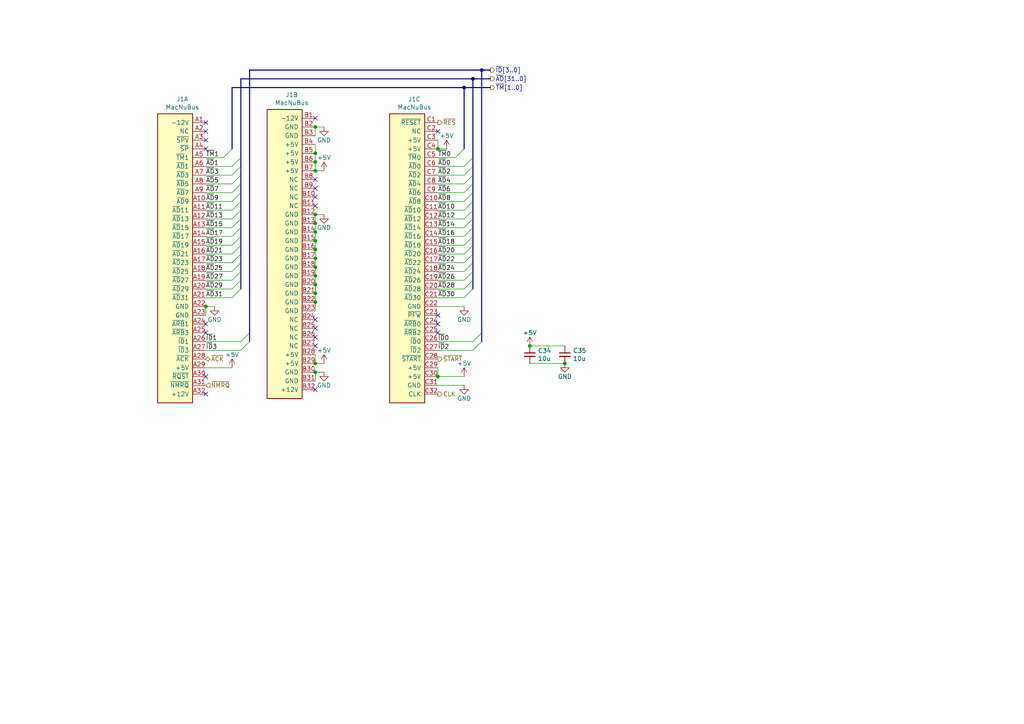
<source format=kicad_sch>
(kicad_sch (version 20211123) (generator eeschema)
  (paper "A4")
  (title_block (title "NuBus-ESP32") (date "2021-11-18") (rev "0.1") (company "Garrett's Workshop"))
  (lib_symbols
    (symbol "Device:C_Small" (pin_numbers hide) (pin_names (offset 0.254) hide)
      (property "Reference" "C" (at 0.254 1.778 0))
      (property "Value" "C_Small" (at 0.254 -2.032 0))
      (symbol "C_Small_0_1"
        (polyline (pts (xy -1.524 -0.508) (xy 1.524 -0.508)) (stroke (width 0.3302)))
        (polyline (pts (xy -1.524 0.508) (xy 1.524 0.508)) (stroke (width 0.3048)))
      )
      (symbol "C_Small_1_1"
        (pin passive line (at 0 2.54 270) (length 2.032) (name "~") (number "1"))
        (pin passive line (at 0 -2.54 90) (length 2.032) (name "~") (number "2"))
      )
    )
    (symbol "GW_Connector:MacNuBus" (pin_names (offset 1.016))
      (property "Reference" "J" (at 0 45.72 0))
      (property "Value" "MacNuBus" (at 0 -40.64 0))
      (symbol "MacNuBus_0_1"
        (rectangle (start 0 44.45) (end -10.16 -39.37) (stroke (width 0.254)) (fill (type background)))
      )
      (symbol "MacNuBus_1_1"
        (pin unspecified line (at 3.81 41.91 180) (length 3.81) (name "-12V") (number "A1"))
        (pin unspecified line (at 3.81 19.05 180) (length 3.81) (name "~{AD}9") (number "A10"))
        (pin unspecified line (at 3.81 16.51 180) (length 3.81) (name "~{AD}11") (number "A11"))
        (pin unspecified line (at 3.81 13.97 180) (length 3.81) (name "~{AD}13") (number "A12"))
        (pin unspecified line (at 3.81 11.43 180) (length 3.81) (name "~{AD}15") (number "A13"))
        (pin unspecified line (at 3.81 8.89 180) (length 3.81) (name "~{AD}17") (number "A14"))
        (pin unspecified line (at 3.81 6.35 180) (length 3.81) (name "~{AD}19") (number "A15"))
        (pin unspecified line (at 3.81 3.81 180) (length 3.81) (name "~{AD}21") (number "A16"))
        (pin unspecified line (at 3.81 1.27 180) (length 3.81) (name "~{AD}23") (number "A17"))
        (pin unspecified line (at 3.81 -1.27 180) (length 3.81) (name "~{AD}25") (number "A18"))
        (pin unspecified line (at 3.81 -3.81 180) (length 3.81) (name "~{AD}27") (number "A19"))
        (pin unspecified line (at 3.81 39.37 180) (length 3.81) (name "NC") (number "A2"))
        (pin unspecified line (at 3.81 -6.35 180) (length 3.81) (name "~{AD}29") (number "A20"))
        (pin unspecified line (at 3.81 -8.89 180) (length 3.81) (name "~{AD}31") (number "A21"))
        (pin unspecified line (at 3.81 -11.43 180) (length 3.81) (name "GND") (number "A22"))
        (pin unspecified line (at 3.81 -13.97 180) (length 3.81) (name "GND") (number "A23"))
        (pin unspecified line (at 3.81 -16.51 180) (length 3.81) (name "~{ARB}1") (number "A24"))
        (pin unspecified line (at 3.81 -19.05 180) (length 3.81) (name "~{ARB}3") (number "A25"))
        (pin unspecified line (at 3.81 -21.59 180) (length 3.81) (name "~{ID}1") (number "A26"))
        (pin unspecified line (at 3.81 -24.13 180) (length 3.81) (name "~{ID}3") (number "A27"))
        (pin unspecified line (at 3.81 -26.67 180) (length 3.81) (name "~{ACK}") (number "A28"))
        (pin unspecified line (at 3.81 -29.21 180) (length 3.81) (name "+5V") (number "A29"))
        (pin unspecified line (at 3.81 36.83 180) (length 3.81) (name "~{SPV}") (number "A3"))
        (pin unspecified line (at 3.81 -31.75 180) (length 3.81) (name "~{RQST}") (number "A30"))
        (pin unspecified line (at 3.81 -34.29 180) (length 3.81) (name "~{NMRQ}") (number "A31"))
        (pin unspecified line (at 3.81 -36.83 180) (length 3.81) (name "+12V") (number "A32"))
        (pin unspecified line (at 3.81 34.29 180) (length 3.81) (name "~{SP}") (number "A4"))
        (pin unspecified line (at 3.81 31.75 180) (length 3.81) (name "~{TM}1") (number "A5"))
        (pin unspecified line (at 3.81 29.21 180) (length 3.81) (name "~{AD}1") (number "A6"))
        (pin unspecified line (at 3.81 26.67 180) (length 3.81) (name "~{AD}3") (number "A7"))
        (pin unspecified line (at 3.81 24.13 180) (length 3.81) (name "~{AD}5") (number "A8"))
        (pin unspecified line (at 3.81 21.59 180) (length 3.81) (name "~{AD}7") (number "A9"))
      )
      (symbol "MacNuBus_2_1"
        (pin unspecified line (at 3.81 41.91 180) (length 3.81) (name "-12V") (number "B1"))
        (pin unspecified line (at 3.81 19.05 180) (length 3.81) (name "NC") (number "B10"))
        (pin unspecified line (at 3.81 16.51 180) (length 3.81) (name "NC") (number "B11"))
        (pin unspecified line (at 3.81 13.97 180) (length 3.81) (name "GND") (number "B12"))
        (pin unspecified line (at 3.81 11.43 180) (length 3.81) (name "GND") (number "B13"))
        (pin unspecified line (at 3.81 8.89 180) (length 3.81) (name "GND") (number "B14"))
        (pin unspecified line (at 3.81 6.35 180) (length 3.81) (name "GND") (number "B15"))
        (pin unspecified line (at 3.81 3.81 180) (length 3.81) (name "GND") (number "B16"))
        (pin unspecified line (at 3.81 1.27 180) (length 3.81) (name "GND") (number "B17"))
        (pin unspecified line (at 3.81 -1.27 180) (length 3.81) (name "GND") (number "B18"))
        (pin unspecified line (at 3.81 -3.81 180) (length 3.81) (name "GND") (number "B19"))
        (pin unspecified line (at 3.81 39.37 180) (length 3.81) (name "GND") (number "B2"))
        (pin unspecified line (at 3.81 -6.35 180) (length 3.81) (name "GND") (number "B20"))
        (pin unspecified line (at 3.81 -8.89 180) (length 3.81) (name "GND") (number "B21"))
        (pin unspecified line (at 3.81 -11.43 180) (length 3.81) (name "GND") (number "B22"))
        (pin unspecified line (at 3.81 -13.97 180) (length 3.81) (name "GND") (number "B23"))
        (pin unspecified line (at 3.81 -16.51 180) (length 3.81) (name "NC") (number "B24"))
        (pin unspecified line (at 3.81 -19.05 180) (length 3.81) (name "NC") (number "B25"))
        (pin unspecified line (at 3.81 -21.59 180) (length 3.81) (name "NC") (number "B26"))
        (pin unspecified line (at 3.81 -24.13 180) (length 3.81) (name "NC") (number "B27"))
        (pin unspecified line (at 3.81 -26.67 180) (length 3.81) (name "+5V") (number "B28"))
        (pin unspecified line (at 3.81 -29.21 180) (length 3.81) (name "+5V") (number "B29"))
        (pin unspecified line (at 3.81 36.83 180) (length 3.81) (name "GND") (number "B3"))
        (pin unspecified line (at 3.81 -31.75 180) (length 3.81) (name "GND") (number "B30"))
        (pin unspecified line (at 3.81 -34.29 180) (length 3.81) (name "GND") (number "B31"))
        (pin unspecified line (at 3.81 -36.83 180) (length 3.81) (name "+12V") (number "B32"))
        (pin unspecified line (at 3.81 34.29 180) (length 3.81) (name "+5V") (number "B4"))
        (pin unspecified line (at 3.81 31.75 180) (length 3.81) (name "+5V") (number "B5"))
        (pin unspecified line (at 3.81 29.21 180) (length 3.81) (name "+5V") (number "B6"))
        (pin unspecified line (at 3.81 26.67 180) (length 3.81) (name "+5V") (number "B7"))
        (pin unspecified line (at 3.81 24.13 180) (length 3.81) (name "NC") (number "B8"))
        (pin unspecified line (at 3.81 21.59 180) (length 3.81) (name "NC") (number "B9"))
      )
      (symbol "MacNuBus_3_1"
        (pin unspecified line (at 3.81 41.91 180) (length 3.81) (name "~{RESET}") (number "C1"))
        (pin unspecified line (at 3.81 19.05 180) (length 3.81) (name "~{AD}8") (number "C10"))
        (pin unspecified line (at 3.81 16.51 180) (length 3.81) (name "~{AD}10") (number "C11"))
        (pin unspecified line (at 3.81 13.97 180) (length 3.81) (name "~{AD}12") (number "C12"))
        (pin unspecified line (at 3.81 11.43 180) (length 3.81) (name "~{AD}14") (number "C13"))
        (pin unspecified line (at 3.81 8.89 180) (length 3.81) (name "~{AD}16") (number "C14"))
        (pin unspecified line (at 3.81 6.35 180) (length 3.81) (name "~{AD}18") (number "C15"))
        (pin unspecified line (at 3.81 3.81 180) (length 3.81) (name "~{AD}20") (number "C16"))
        (pin unspecified line (at 3.81 1.27 180) (length 3.81) (name "~{AD}22") (number "C17"))
        (pin unspecified line (at 3.81 -1.27 180) (length 3.81) (name "~{AD}24") (number "C18"))
        (pin unspecified line (at 3.81 -3.81 180) (length 3.81) (name "~{AD}26") (number "C19"))
        (pin unspecified line (at 3.81 39.37 180) (length 3.81) (name "NC") (number "C2"))
        (pin unspecified line (at 3.81 -6.35 180) (length 3.81) (name "~{AD}28") (number "C20"))
        (pin unspecified line (at 3.81 -8.89 180) (length 3.81) (name "~{AD}30") (number "C21"))
        (pin unspecified line (at 3.81 -11.43 180) (length 3.81) (name "GND") (number "C22"))
        (pin unspecified line (at 3.81 -13.97 180) (length 3.81) (name "~{PFW}") (number "C23"))
        (pin unspecified line (at 3.81 -16.51 180) (length 3.81) (name "~{ARB}0") (number "C24"))
        (pin unspecified line (at 3.81 -19.05 180) (length 3.81) (name "~{ARB}2") (number "C25"))
        (pin unspecified line (at 3.81 -21.59 180) (length 3.81) (name "~{ID}0") (number "C26"))
        (pin unspecified line (at 3.81 -24.13 180) (length 3.81) (name "~{ID}2") (number "C27"))
        (pin unspecified line (at 3.81 -26.67 180) (length 3.81) (name "~{START}") (number "C28"))
        (pin unspecified line (at 3.81 -29.21 180) (length 3.81) (name "+5V") (number "C29"))
        (pin unspecified line (at 3.81 36.83 180) (length 3.81) (name "+5V") (number "C3"))
        (pin unspecified line (at 3.81 -31.75 180) (length 3.81) (name "+5V") (number "C30"))
        (pin unspecified line (at 3.81 -34.29 180) (length 3.81) (name "GND") (number "C31"))
        (pin unspecified line (at 3.81 -36.83 180) (length 3.81) (name "CLK") (number "C32"))
        (pin unspecified line (at 3.81 34.29 180) (length 3.81) (name "+5V") (number "C4"))
        (pin unspecified line (at 3.81 31.75 180) (length 3.81) (name "~{TM}0") (number "C5"))
        (pin unspecified line (at 3.81 29.21 180) (length 3.81) (name "~{AD}0") (number "C6"))
        (pin unspecified line (at 3.81 26.67 180) (length 3.81) (name "~{AD}2") (number "C7"))
        (pin unspecified line (at 3.81 24.13 180) (length 3.81) (name "~{AD}4") (number "C8"))
        (pin unspecified line (at 3.81 21.59 180) (length 3.81) (name "~{AD}6") (number "C9"))
      )
    )
    (symbol "power:+5V" (power) (pin_names (offset 0))
      (property "Value" "+5V" (at 0 3.556 0))
      (symbol "+5V_0_1"
        (polyline (pts (xy -0.762 1.27) (xy 0 2.54)))
        (polyline (pts (xy 0 0) (xy 0 2.54)))
        (polyline (pts (xy 0 2.54) (xy 0.762 1.27)))
      )
      (symbol "+5V_1_1"
        (pin power_in line (at 0 0 90) (length 0) hide (name "+5V") (number "1"))
      )
    )
    (symbol "power:GND" (power) (pin_names (offset 0))
      (property "Value" "GND" (at 0 -3.81 0))
      (symbol "GND_0_1"
        (polyline (pts (xy 0 0) (xy 0 -1.27) (xy 1.27 -1.27) (xy 0 -2.54) (xy -1.27 -1.27) (xy 0 -1.27)))
      )
      (symbol "GND_1_1"
        (pin power_in line (at 0 0 270) (length 0) hide (name "GND") (number "1"))
      )
    )
  )
  (junction (at 91.44 72.39))
  (junction (at 91.44 82.55))
  (junction (at 134.62 25.4))
  (junction (at 127 109.22))
  (junction (at 137.16 22.86))
  (junction (at 91.44 74.93))
  (junction (at 163.83 105.41))
  (junction (at 91.44 44.45))
  (junction (at 91.44 69.85))
  (junction (at 91.44 105.41))
  (junction (at 139.7 20.32))
  (junction (at 59.69 88.9))
  (junction (at 91.44 36.83))
  (junction (at 91.44 49.53))
  (junction (at 91.44 80.01))
  (junction (at 91.44 87.63))
  (junction (at 91.44 77.47))
  (junction (at 153.67 100.33))
  (junction (at 91.44 64.77))
  (junction (at 127 43.18))
  (junction (at 91.44 67.31))
  (junction (at 91.44 62.23))
  (junction (at 91.44 85.09))
  (junction (at 91.44 107.95))
  (junction (at 91.44 46.99))
  (no_connect (at 91.44 57.15))
  (no_connect (at 91.44 52.07))
  (no_connect (at 91.44 95.25))
  (no_connect (at 91.44 100.33))
  (no_connect (at 91.44 54.61))
  (no_connect (at 127 91.44))
  (no_connect (at 59.69 40.64))
  (no_connect (at 59.69 38.1))
  (no_connect (at 59.69 109.22))
  (no_connect (at 91.44 97.79))
  (no_connect (at 59.69 114.3))
  (no_connect (at 59.69 96.52))
  (no_connect (at 91.44 59.69))
  (no_connect (at 127 38.1))
  (no_connect (at 127 93.98))
  (no_connect (at 91.44 34.29))
  (no_connect (at 91.44 113.03))
  (no_connect (at 127 96.52))
  (no_connect (at 59.69 35.56))
  (no_connect (at 59.69 93.98))
  (no_connect (at 91.44 92.71))
  (no_connect (at 59.69 43.18))
  (bus_entry (at 67.31 81.28) (size 2.54 -2.54))
  (bus_entry (at 134.62 81.28) (size 2.54 -2.54))
  (bus_entry (at 134.62 78.74) (size 2.54 -2.54))
  (bus_entry (at 67.31 78.74) (size 2.54 -2.54))
  (bus_entry (at 132.08 45.72) (size 2.54 -2.54))
  (bus_entry (at 134.62 63.5) (size 2.54 -2.54))
  (bus_entry (at 134.62 71.12) (size 2.54 -2.54))
  (bus_entry (at 67.31 76.2) (size 2.54 -2.54))
  (bus_entry (at 134.62 86.36) (size 2.54 -2.54))
  (bus_entry (at 64.77 45.72) (size 2.54 -2.54))
  (bus_entry (at 67.31 71.12) (size 2.54 -2.54))
  (bus_entry (at 67.31 68.58) (size 2.54 -2.54))
  (bus_entry (at 134.62 55.88) (size 2.54 -2.54))
  (bus_entry (at 134.62 76.2) (size 2.54 -2.54))
  (bus_entry (at 134.62 50.8) (size 2.54 -2.54))
  (bus_entry (at 67.31 48.26) (size 2.54 -2.54))
  (bus_entry (at 137.16 99.06) (size 2.54 -2.54))
  (bus_entry (at 134.62 68.58) (size 2.54 -2.54))
  (bus_entry (at 67.31 55.88) (size 2.54 -2.54))
  (bus_entry (at 67.31 58.42) (size 2.54 -2.54))
  (bus_entry (at 134.62 66.04) (size 2.54 -2.54))
  (bus_entry (at 134.62 73.66) (size 2.54 -2.54))
  (bus_entry (at 137.16 101.6) (size 2.54 -2.54))
  (bus_entry (at 67.31 86.36) (size 2.54 -2.54))
  (bus_entry (at 67.31 50.8) (size 2.54 -2.54))
  (bus_entry (at 69.85 99.06) (size 2.54 -2.54))
  (bus_entry (at 134.62 60.96) (size 2.54 -2.54))
  (bus_entry (at 67.31 53.34) (size 2.54 -2.54))
  (bus_entry (at 67.31 63.5) (size 2.54 -2.54))
  (bus_entry (at 67.31 66.04) (size 2.54 -2.54))
  (bus_entry (at 67.31 73.66) (size 2.54 -2.54))
  (bus_entry (at 134.62 53.34) (size 2.54 -2.54))
  (bus_entry (at 134.62 83.82) (size 2.54 -2.54))
  (bus_entry (at 134.62 58.42) (size 2.54 -2.54))
  (bus_entry (at 67.31 83.82) (size 2.54 -2.54))
  (bus_entry (at 69.85 101.6) (size 2.54 -2.54))
  (bus_entry (at 67.31 60.96) (size 2.54 -2.54))
  (bus_entry (at 134.62 48.26) (size 2.54 -2.54))
  (wire (pts (xy 91.44 87.63) (xy 91.44 90.17)))
  (wire (pts (xy 59.69 53.34) (xy 67.31 53.34)))
  (wire (pts (xy 127 81.28) (xy 134.62 81.28)))
  (bus (pts (xy 137.16 78.74) (xy 137.16 81.28)))
  (wire (pts (xy 127 101.6) (xy 137.16 101.6)))
  (wire (pts (xy 59.69 99.06) (xy 69.85 99.06)))
  (bus (pts (xy 137.16 58.42) (xy 137.16 60.96)))
  (bus (pts (xy 134.62 25.4) (xy 67.31 25.4)))
  (wire (pts (xy 127 58.42) (xy 134.62 58.42)))
  (wire (pts (xy 91.44 82.55) (xy 91.44 85.09)))
  (wire (pts (xy 127 66.04) (xy 134.62 66.04)))
  (bus (pts (xy 69.85 55.88) (xy 69.85 58.42)))
  (bus (pts (xy 72.39 20.32) (xy 72.39 96.52)))
  (wire (pts (xy 127 40.64) (xy 127 43.18)))
  (wire (pts (xy 91.44 72.39) (xy 91.44 74.93)))
  (bus (pts (xy 69.85 60.96) (xy 69.85 63.5)))
  (wire (pts (xy 59.69 83.82) (xy 67.31 83.82)))
  (bus (pts (xy 137.16 68.58) (xy 137.16 71.12)))
  (bus (pts (xy 137.16 60.96) (xy 137.16 63.5)))
  (wire (pts (xy 59.69 50.8) (xy 67.31 50.8)))
  (wire (pts (xy 59.69 60.96) (xy 67.31 60.96)))
  (bus (pts (xy 69.85 22.86) (xy 137.16 22.86)))
  (wire (pts (xy 59.69 63.5) (xy 67.31 63.5)))
  (bus (pts (xy 69.85 68.58) (xy 69.85 71.12)))
  (wire (pts (xy 59.69 66.04) (xy 67.31 66.04)))
  (wire (pts (xy 59.69 76.2) (xy 67.31 76.2)))
  (bus (pts (xy 137.16 66.04) (xy 137.16 68.58)))
  (bus (pts (xy 69.85 73.66) (xy 69.85 76.2)))
  (wire (pts (xy 59.69 81.28) (xy 67.31 81.28)))
  (wire (pts (xy 93.98 107.95) (xy 91.44 107.95)))
  (bus (pts (xy 139.7 20.32) (xy 139.7 96.52)))
  (bus (pts (xy 69.85 45.72) (xy 69.85 48.26)))
  (wire (pts (xy 91.44 36.83) (xy 91.44 39.37)))
  (bus (pts (xy 137.16 50.8) (xy 137.16 53.34)))
  (wire (pts (xy 91.44 46.99) (xy 91.44 44.45)))
  (bus (pts (xy 69.85 66.04) (xy 69.85 68.58)))
  (wire (pts (xy 91.44 62.23) (xy 91.44 64.77)))
  (wire (pts (xy 153.67 105.41) (xy 163.83 105.41)))
  (wire (pts (xy 59.69 101.6) (xy 69.85 101.6)))
  (wire (pts (xy 127 48.26) (xy 134.62 48.26)))
  (wire (pts (xy 91.44 49.53) (xy 91.44 46.99)))
  (wire (pts (xy 163.83 100.33) (xy 153.67 100.33)))
  (bus (pts (xy 137.16 45.72) (xy 137.16 48.26)))
  (wire (pts (xy 91.44 77.47) (xy 91.44 80.01)))
  (bus (pts (xy 69.85 71.12) (xy 69.85 73.66)))
  (wire (pts (xy 127 45.72) (xy 132.08 45.72)))
  (bus (pts (xy 134.62 25.4) (xy 142.24 25.4)))
  (wire (pts (xy 127 73.66) (xy 134.62 73.66)))
  (bus (pts (xy 69.85 81.28) (xy 69.85 83.82)))
  (wire (pts (xy 127 76.2) (xy 134.62 76.2)))
  (bus (pts (xy 137.16 55.88) (xy 137.16 58.42)))
  (wire (pts (xy 127 78.74) (xy 134.62 78.74)))
  (bus (pts (xy 69.85 50.8) (xy 69.85 53.34)))
  (wire (pts (xy 59.69 55.88) (xy 67.31 55.88)))
  (bus (pts (xy 137.16 22.86) (xy 142.24 22.86)))
  (wire (pts (xy 91.44 110.49) (xy 91.44 107.95)))
  (bus (pts (xy 69.85 22.86) (xy 69.85 45.72)))
  (bus (pts (xy 137.16 81.28) (xy 137.16 83.82)))
  (bus (pts (xy 137.16 22.86) (xy 137.16 45.72)))
  (bus (pts (xy 139.7 20.32) (xy 72.39 20.32)))
  (wire (pts (xy 129.54 43.18) (xy 127 43.18)))
  (wire (pts (xy 59.69 68.58) (xy 67.31 68.58)))
  (wire (pts (xy 91.44 74.93) (xy 91.44 77.47)))
  (wire (pts (xy 59.69 91.44) (xy 59.69 88.9)))
  (wire (pts (xy 59.69 86.36) (xy 67.31 86.36)))
  (bus (pts (xy 69.85 53.34) (xy 69.85 55.88)))
  (bus (pts (xy 137.16 76.2) (xy 137.16 78.74)))
  (wire (pts (xy 127 63.5) (xy 134.62 63.5)))
  (bus (pts (xy 69.85 78.74) (xy 69.85 81.28)))
  (wire (pts (xy 62.23 88.9) (xy 59.69 88.9)))
  (bus (pts (xy 134.62 43.18) (xy 134.62 25.4)))
  (wire (pts (xy 93.98 105.41) (xy 91.44 105.41)))
  (bus (pts (xy 69.85 58.42) (xy 69.85 60.96)))
  (wire (pts (xy 59.69 45.72) (xy 64.77 45.72)))
  (wire (pts (xy 59.69 71.12) (xy 67.31 71.12)))
  (wire (pts (xy 59.69 48.26) (xy 67.31 48.26)))
  (bus (pts (xy 137.16 48.26) (xy 137.16 50.8)))
  (wire (pts (xy 127 83.82) (xy 134.62 83.82)))
  (wire (pts (xy 93.98 36.83) (xy 91.44 36.83)))
  (wire (pts (xy 93.98 62.23) (xy 91.44 62.23)))
  (wire (pts (xy 127 50.8) (xy 134.62 50.8)))
  (wire (pts (xy 127 55.88) (xy 134.62 55.88)))
  (wire (pts (xy 59.69 73.66) (xy 67.31 73.66)))
  (bus (pts (xy 137.16 73.66) (xy 137.16 76.2)))
  (wire (pts (xy 59.69 78.74) (xy 67.31 78.74)))
  (wire (pts (xy 127 99.06) (xy 137.16 99.06)))
  (bus (pts (xy 69.85 48.26) (xy 69.85 50.8)))
  (wire (pts (xy 127 109.22) (xy 134.62 109.22)))
  (wire (pts (xy 127 86.36) (xy 134.62 86.36)))
  (wire (pts (xy 91.44 44.45) (xy 91.44 41.91)))
  (wire (pts (xy 59.69 58.42) (xy 67.31 58.42)))
  (bus (pts (xy 137.16 53.34) (xy 137.16 55.88)))
  (bus (pts (xy 72.39 96.52) (xy 72.39 99.06)))
  (wire (pts (xy 91.44 64.77) (xy 91.44 67.31)))
  (bus (pts (xy 69.85 63.5) (xy 69.85 66.04)))
  (bus (pts (xy 137.16 71.12) (xy 137.16 73.66)))
  (wire (pts (xy 91.44 105.41) (xy 91.44 102.87)))
  (bus (pts (xy 67.31 25.4) (xy 67.31 43.18)))
  (wire (pts (xy 127 68.58) (xy 134.62 68.58)))
  (wire (pts (xy 93.98 49.53) (xy 91.44 49.53)))
  (bus (pts (xy 69.85 76.2) (xy 69.85 78.74)))
  (wire (pts (xy 91.44 67.31) (xy 91.44 69.85)))
  (wire (pts (xy 91.44 69.85) (xy 91.44 72.39)))
  (wire (pts (xy 91.44 85.09) (xy 91.44 87.63)))
  (wire (pts (xy 127 53.34) (xy 134.62 53.34)))
  (wire (pts (xy 127 109.22) (xy 127 106.68)))
  (bus (pts (xy 137.16 63.5) (xy 137.16 66.04)))
  (wire (pts (xy 59.69 106.68) (xy 67.31 106.68)))
  (wire (pts (xy 127 88.9) (xy 134.62 88.9)))
  (wire (pts (xy 91.44 80.01) (xy 91.44 82.55)))
  (wire (pts (xy 127 111.76) (xy 134.62 111.76)))
  (bus (pts (xy 139.7 96.52) (xy 139.7 99.06)))
  (wire (pts (xy 127 60.96) (xy 134.62 60.96)))
  (wire (pts (xy 127 71.12) (xy 134.62 71.12)))
  (bus (pts (xy 139.7 20.32) (xy 142.24 20.32)))
  (label "~{AD}9" (at 59.69 58.42 0))
  (label "~{TM}0" (at 127 45.72 0))
  (label "~{AD}12" (at 127 63.5 0))
  (label "~{AD}17" (at 59.69 68.58 0))
  (label "~{AD}13" (at 59.69 63.5 0))
  (label "~{ID}2" (at 127 101.6 0))
  (label "~{AD}7" (at 59.69 55.88 0))
  (label "~{AD}16" (at 127 68.58 0))
  (label "~{AD}21" (at 59.69 73.66 0))
  (label "~{AD}22" (at 127 76.2 0))
  (label "~{AD}4" (at 127 53.34 0))
  (label "~{AD}15" (at 59.69 66.04 0))
  (label "~{ID}1" (at 59.69 99.06 0))
  (label "~{AD}1" (at 59.69 48.26 0))
  (label "~{AD}2" (at 127 50.8 0))
  (label "~{AD}18" (at 127 71.12 0))
  (label "~{AD}24" (at 127 78.74 0))
  (label "~{AD}27" (at 59.69 81.28 0))
  (label "~{AD}30" (at 127 86.36 0))
  (label "~{AD}5" (at 59.69 53.34 0))
  (label "~{AD}6" (at 127 55.88 0))
  (label "~{AD}8" (at 127 58.42 0))
  (label "~{ID}0" (at 127 99.06 0))
  (label "~{AD}3" (at 59.69 50.8 0))
  (label "~{AD}31" (at 59.69 86.36 0))
  (label "~{AD}25" (at 59.69 78.74 0))
  (label "~{AD}0" (at 127 48.26 0))
  (label "~{AD}26" (at 127 81.28 0))
  (label "~{AD}10" (at 127 60.96 0))
  (label "~{AD}20" (at 127 73.66 0))
  (label "~{AD}19" (at 59.69 71.12 0))
  (label "~{AD}11" (at 59.69 60.96 0))
  (label "~{AD}23" (at 59.69 76.2 0))
  (label "~{AD}14" (at 127 66.04 0))
  (label "~{AD}28" (at 127 83.82 0))
  (label "~{ID}3" (at 59.69 101.6 0))
  (label "~{AD}29" (at 59.69 83.82 0))
  (label "~{TM}1" (at 59.69 45.72 0))
  (hierarchical_label "~{ID}[3..0]" (shape output) (at 142.24 20.32 0))
  (hierarchical_label "~{NMRQ}" (shape input) (at 59.69 111.76 0))
  (hierarchical_label "~{TM}[1..0]" (shape output) (at 142.24 25.4 0))
  (hierarchical_label "~{ACK}" (shape bidirectional) (at 59.69 104.14 0))
  (hierarchical_label "~{AD}[31..0]" (shape output) (at 142.24 22.86 0))
  (hierarchical_label "~{START}" (shape output) (at 127 104.14 0))
  (hierarchical_label "CLK" (shape output) (at 127 114.3 0))
  (hierarchical_label "~{RES}" (shape output) (at 127 35.56 0))
  (symbol (lib_id "Device:C_Small") (at 163.83 102.87 0) (mirror y) (unit 1)
    (property "Reference" "C35" (at 166.1668 101.7016 0) (effects (justify right)))
    (property "Value" "10u" (at 166.1668 104.013 0) (effects (justify right)))
    (property "Footprint" "stdpads:C_0805" (effects hide))
    (property "LCSC Part" "C15850" (effects hide))
  )
  (symbol (lib_id "power:GND") (at 163.83 105.41 0) (unit 1)
    (property "Reference" "#PWR0205" (effects hide))
    (property "Value" "GND" (at 163.83 109.22 0))
  )
  (symbol (lib_id "Device:C_Small") (at 153.67 102.87 0) (mirror y) (unit 1)
    (property "Reference" "C34" (at 156.0068 101.7016 0) (effects (justify right)))
    (property "Value" "10u" (at 156.0068 104.013 0) (effects (justify right)))
    (property "Footprint" "stdpads:C_0805" (effects hide))
    (property "LCSC Part" "C15850" (effects hide))
  )
  (symbol (lib_id "power:+5V") (at 153.67 100.33 0) (unit 1)
    (property "Reference" "#PWR0206" (effects hide))
    (property "Value" "+5V" (at 153.67 96.52 0))
  )
  (symbol (lib_id "GW_Connector:MacNuBus") (at 55.88 77.47 0) (unit 1)
    (property "Reference" "J1" (at 52.8828 28.7782 0))
    (property "Value" "MacNuBus" (at 52.8828 31.0896 0))
    (property "Footprint" "stdpads:DIN41612_R_3x32_Male_Horizontal_THT" (effects hide))
  )
  (symbol (lib_id "GW_Connector:MacNuBus") (at 87.63 76.2 0) (unit 2)
    (property "Reference" "J1" (at 84.6328 27.5082 0))
    (property "Value" "MacNuBus" (at 84.6328 29.8196 0))
    (property "Footprint" "stdpads:DIN41612_R_3x32_Male_Horizontal_THT" (effects hide))
  )
  (symbol (lib_id "GW_Connector:MacNuBus") (at 123.19 77.47 0) (unit 3)
    (property "Reference" "J1" (at 120.1928 28.7782 0))
    (property "Value" "MacNuBus" (at 120.1928 31.0896 0))
    (property "Footprint" "stdpads:DIN41612_R_3x32_Male_Horizontal_THT" (effects hide))
  )
  (symbol (lib_id "power:GND") (at 62.23 88.9 0) (unit 1)
    (property "Reference" "#PWR0129" (effects hide))
    (property "Value" "GND" (at 62.23 92.71 0))
  )
  (symbol (lib_id "power:GND") (at 93.98 62.23 0) (unit 1)
    (property "Reference" "#PWR0130" (effects hide))
    (property "Value" "GND" (at 93.98 66.04 0))
  )
  (symbol (lib_id "power:GND") (at 93.98 107.95 0) (unit 1)
    (property "Reference" "#PWR0131" (effects hide))
    (property "Value" "GND" (at 93.98 111.76 0))
  )
  (symbol (lib_id "power:+5V") (at 93.98 105.41 0) (unit 1)
    (property "Reference" "#PWR0132" (effects hide))
    (property "Value" "+5V" (at 93.98 101.6 0))
  )
  (symbol (lib_id "power:GND") (at 134.62 111.76 0) (unit 1)
    (property "Reference" "#PWR0142" (effects hide))
    (property "Value" "GND" (at 134.62 115.57 0))
  )
  (symbol (lib_id "power:+5V") (at 134.62 109.22 0) (unit 1)
    (property "Reference" "#PWR0141" (effects hide))
    (property "Value" "+5V" (at 134.62 105.41 0))
  )
  (symbol (lib_id "power:GND") (at 134.62 88.9 0) (unit 1)
    (property "Reference" "#PWR0140" (effects hide))
    (property "Value" "GND" (at 134.62 92.71 0))
  )
  (symbol (lib_id "power:+5V") (at 67.31 106.68 0) (unit 1)
    (property "Reference" "#PWR0133" (effects hide))
    (property "Value" "+5V" (at 67.31 102.87 0))
  )
  (symbol (lib_id "power:+5V") (at 93.98 49.53 0) (unit 1)
    (property "Reference" "#PWR0134" (effects hide))
    (property "Value" "+5V" (at 93.98 45.72 0))
  )
  (symbol (lib_id "power:GND") (at 93.98 36.83 0) (unit 1)
    (property "Reference" "#PWR0135" (effects hide))
    (property "Value" "GND" (at 93.98 40.64 0))
  )
  (symbol (lib_id "power:+5V") (at 129.54 43.18 0) (unit 1)
    (property "Reference" "#PWR0136" (effects hide))
    (property "Value" "+5V" (at 129.54 39.37 0))
  )
)
</source>
